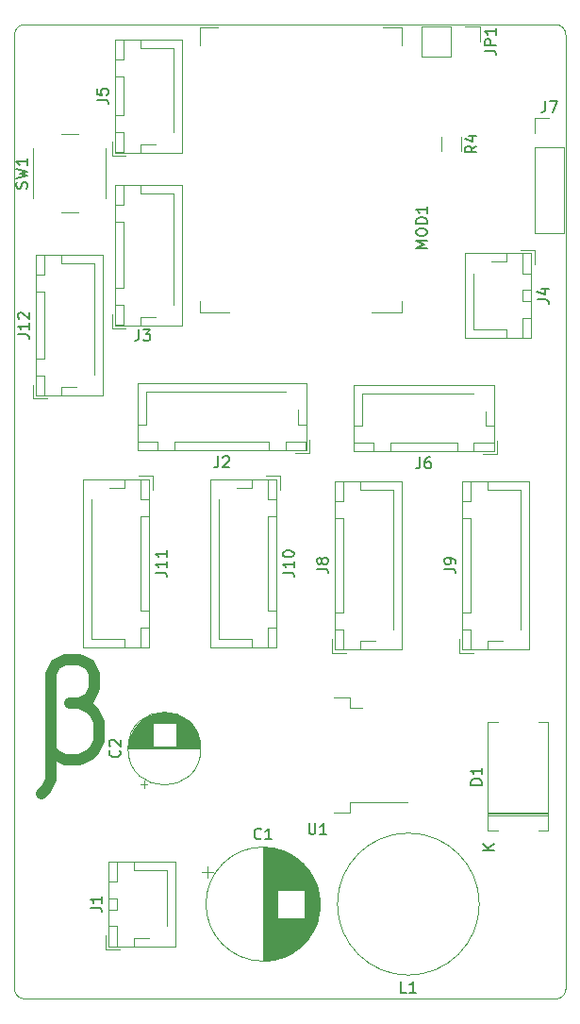
<source format=gbr>
G04 #@! TF.GenerationSoftware,KiCad,Pcbnew,(5.1.5)-3*
G04 #@! TF.CreationDate,2020-08-20T14:44:53-04:00*
G04 #@! TF.ProjectId,Ebike Board,4562696b-6520-4426-9f61-72642e6b6963,rev?*
G04 #@! TF.SameCoordinates,Original*
G04 #@! TF.FileFunction,Legend,Top*
G04 #@! TF.FilePolarity,Positive*
%FSLAX46Y46*%
G04 Gerber Fmt 4.6, Leading zero omitted, Abs format (unit mm)*
G04 Created by KiCad (PCBNEW (5.1.5)-3) date 2020-08-20 14:44:53*
%MOMM*%
%LPD*%
G04 APERTURE LIST*
%ADD10C,0.120000*%
%ADD11C,0.050000*%
%ADD12C,1.000000*%
%ADD13C,0.100000*%
%ADD14C,0.150000*%
G04 APERTURE END LIST*
D10*
X111900000Y-157100000D02*
G75*
G02X111000000Y-156200000I0J900000D01*
G01*
X111000000Y-70600000D02*
G75*
G02X111900000Y-69700000I900000J0D01*
G01*
X159600000Y-69700000D02*
G75*
G02X160500000Y-70600000I0J-900000D01*
G01*
X160500000Y-156200000D02*
G75*
G02X159600000Y-157100000I-900000J0D01*
G01*
D11*
X111000000Y-156200000D02*
X111000000Y-70600000D01*
X159600000Y-157100000D02*
X111900000Y-157100000D01*
X160500000Y-70600000D02*
X160500000Y-156200000D01*
X111900000Y-69700000D02*
X159600000Y-69700000D01*
D12*
X116842857Y-130528571D02*
X117700000Y-130957142D01*
X118128571Y-131385714D01*
X118557142Y-132242857D01*
X118557142Y-133957142D01*
X118128571Y-134814285D01*
X117700000Y-135242857D01*
X116842857Y-135671428D01*
X115557142Y-135671428D01*
X114700000Y-135242857D01*
X114271428Y-134814285D01*
X113414285Y-138671428D02*
X113842857Y-138242857D01*
X114271428Y-137385714D01*
X114271428Y-127957142D01*
X114700000Y-127100000D01*
X115557142Y-126671428D01*
X116842857Y-126671428D01*
X117700000Y-127100000D01*
X118128571Y-127957142D01*
X118128571Y-129242857D01*
X117700000Y-130100000D01*
X116842857Y-130528571D01*
X115985714Y-130528571D01*
D10*
X141150000Y-130975000D02*
X142250000Y-130975000D01*
X141150000Y-130025000D02*
X141150000Y-130975000D01*
X139650000Y-130025000D02*
X141150000Y-130025000D01*
X141150000Y-139475000D02*
X146275000Y-139475000D01*
X141150000Y-140425000D02*
X141150000Y-139475000D01*
X139650000Y-140425000D02*
X141150000Y-140425000D01*
X112650000Y-103250000D02*
X113900000Y-103250000D01*
X112650000Y-102000000D02*
X112650000Y-103250000D01*
X118150000Y-91100000D02*
X118150000Y-96650000D01*
X115200000Y-91100000D02*
X118150000Y-91100000D01*
X115200000Y-90350000D02*
X115200000Y-91100000D01*
X118150000Y-96650000D02*
X118150000Y-101140000D01*
X115200000Y-102200000D02*
X116540000Y-102200000D01*
X115200000Y-102950000D02*
X115200000Y-102200000D01*
X112950000Y-90350000D02*
X112950000Y-92150000D01*
X113700000Y-90350000D02*
X112950000Y-90350000D01*
X113700000Y-92150000D02*
X113700000Y-90350000D01*
X112950000Y-92150000D02*
X113700000Y-92150000D01*
X112950000Y-101150000D02*
X112950000Y-102950000D01*
X113700000Y-101150000D02*
X112950000Y-101150000D01*
X113700000Y-102950000D02*
X113700000Y-101150000D01*
X112950000Y-102950000D02*
X113700000Y-102950000D01*
X112950000Y-93650000D02*
X112950000Y-99650000D01*
X113700000Y-93650000D02*
X112950000Y-93650000D01*
X113700000Y-99650000D02*
X113700000Y-93650000D01*
X112950000Y-99650000D02*
X113700000Y-99650000D01*
X112940000Y-90340000D02*
X112940000Y-102960000D01*
X118910000Y-90340000D02*
X112940000Y-90340000D01*
X118910000Y-102960000D02*
X118910000Y-90340000D01*
X112940000Y-102960000D02*
X118910000Y-102960000D01*
X152730000Y-148590000D02*
G75*
G03X152730000Y-148590000I-6370000J0D01*
G01*
X134540000Y-110470000D02*
X128570000Y-110470000D01*
X128570000Y-110470000D02*
X128570000Y-125590000D01*
X128570000Y-125590000D02*
X134540000Y-125590000D01*
X134540000Y-125590000D02*
X134540000Y-110470000D01*
X134530000Y-113780000D02*
X133780000Y-113780000D01*
X133780000Y-113780000D02*
X133780000Y-122280000D01*
X133780000Y-122280000D02*
X134530000Y-122280000D01*
X134530000Y-122280000D02*
X134530000Y-113780000D01*
X134530000Y-110480000D02*
X133780000Y-110480000D01*
X133780000Y-110480000D02*
X133780000Y-112280000D01*
X133780000Y-112280000D02*
X134530000Y-112280000D01*
X134530000Y-112280000D02*
X134530000Y-110480000D01*
X134530000Y-123780000D02*
X133780000Y-123780000D01*
X133780000Y-123780000D02*
X133780000Y-125580000D01*
X133780000Y-125580000D02*
X134530000Y-125580000D01*
X134530000Y-125580000D02*
X134530000Y-123780000D01*
X132280000Y-110480000D02*
X132280000Y-111230000D01*
X132280000Y-111230000D02*
X130940000Y-111230000D01*
X129330000Y-118030000D02*
X129330000Y-112290000D01*
X132280000Y-125580000D02*
X132280000Y-124830000D01*
X132280000Y-124830000D02*
X129330000Y-124830000D01*
X129330000Y-124830000D02*
X129330000Y-118030000D01*
X134830000Y-111430000D02*
X134830000Y-110180000D01*
X134830000Y-110180000D02*
X133580000Y-110180000D01*
X151210000Y-125750000D02*
X157180000Y-125750000D01*
X157180000Y-125750000D02*
X157180000Y-110630000D01*
X157180000Y-110630000D02*
X151210000Y-110630000D01*
X151210000Y-110630000D02*
X151210000Y-125750000D01*
X151220000Y-122440000D02*
X151970000Y-122440000D01*
X151970000Y-122440000D02*
X151970000Y-113940000D01*
X151970000Y-113940000D02*
X151220000Y-113940000D01*
X151220000Y-113940000D02*
X151220000Y-122440000D01*
X151220000Y-125740000D02*
X151970000Y-125740000D01*
X151970000Y-125740000D02*
X151970000Y-123940000D01*
X151970000Y-123940000D02*
X151220000Y-123940000D01*
X151220000Y-123940000D02*
X151220000Y-125740000D01*
X151220000Y-112440000D02*
X151970000Y-112440000D01*
X151970000Y-112440000D02*
X151970000Y-110640000D01*
X151970000Y-110640000D02*
X151220000Y-110640000D01*
X151220000Y-110640000D02*
X151220000Y-112440000D01*
X153470000Y-125740000D02*
X153470000Y-124990000D01*
X153470000Y-124990000D02*
X154810000Y-124990000D01*
X156420000Y-118190000D02*
X156420000Y-123930000D01*
X153470000Y-110640000D02*
X153470000Y-111390000D01*
X153470000Y-111390000D02*
X156420000Y-111390000D01*
X156420000Y-111390000D02*
X156420000Y-118190000D01*
X150920000Y-124790000D02*
X150920000Y-126040000D01*
X150920000Y-126040000D02*
X152170000Y-126040000D01*
X139780000Y-125750000D02*
X145750000Y-125750000D01*
X145750000Y-125750000D02*
X145750000Y-110630000D01*
X145750000Y-110630000D02*
X139780000Y-110630000D01*
X139780000Y-110630000D02*
X139780000Y-125750000D01*
X139790000Y-122440000D02*
X140540000Y-122440000D01*
X140540000Y-122440000D02*
X140540000Y-113940000D01*
X140540000Y-113940000D02*
X139790000Y-113940000D01*
X139790000Y-113940000D02*
X139790000Y-122440000D01*
X139790000Y-125740000D02*
X140540000Y-125740000D01*
X140540000Y-125740000D02*
X140540000Y-123940000D01*
X140540000Y-123940000D02*
X139790000Y-123940000D01*
X139790000Y-123940000D02*
X139790000Y-125740000D01*
X139790000Y-112440000D02*
X140540000Y-112440000D01*
X140540000Y-112440000D02*
X140540000Y-110640000D01*
X140540000Y-110640000D02*
X139790000Y-110640000D01*
X139790000Y-110640000D02*
X139790000Y-112440000D01*
X142040000Y-125740000D02*
X142040000Y-124990000D01*
X142040000Y-124990000D02*
X143380000Y-124990000D01*
X144990000Y-118190000D02*
X144990000Y-123930000D01*
X142040000Y-110640000D02*
X142040000Y-111390000D01*
X142040000Y-111390000D02*
X144990000Y-111390000D01*
X144990000Y-111390000D02*
X144990000Y-118190000D01*
X139490000Y-124790000D02*
X139490000Y-126040000D01*
X139490000Y-126040000D02*
X140740000Y-126040000D01*
X154050000Y-107960000D02*
X154050000Y-101990000D01*
X154050000Y-101990000D02*
X141430000Y-101990000D01*
X141430000Y-101990000D02*
X141430000Y-107960000D01*
X141430000Y-107960000D02*
X154050000Y-107960000D01*
X150740000Y-107950000D02*
X150740000Y-107200000D01*
X150740000Y-107200000D02*
X144740000Y-107200000D01*
X144740000Y-107200000D02*
X144740000Y-107950000D01*
X144740000Y-107950000D02*
X150740000Y-107950000D01*
X154040000Y-107950000D02*
X154040000Y-107200000D01*
X154040000Y-107200000D02*
X152240000Y-107200000D01*
X152240000Y-107200000D02*
X152240000Y-107950000D01*
X152240000Y-107950000D02*
X154040000Y-107950000D01*
X143240000Y-107950000D02*
X143240000Y-107200000D01*
X143240000Y-107200000D02*
X141440000Y-107200000D01*
X141440000Y-107200000D02*
X141440000Y-107950000D01*
X141440000Y-107950000D02*
X143240000Y-107950000D01*
X154040000Y-105700000D02*
X153290000Y-105700000D01*
X153290000Y-105700000D02*
X153290000Y-104360000D01*
X147740000Y-102750000D02*
X152230000Y-102750000D01*
X141440000Y-105700000D02*
X142190000Y-105700000D01*
X142190000Y-105700000D02*
X142190000Y-102750000D01*
X142190000Y-102750000D02*
X147740000Y-102750000D01*
X153090000Y-108250000D02*
X154340000Y-108250000D01*
X154340000Y-108250000D02*
X154340000Y-107000000D01*
X120040000Y-81160000D02*
X126010000Y-81160000D01*
X126010000Y-81160000D02*
X126010000Y-71040000D01*
X126010000Y-71040000D02*
X120040000Y-71040000D01*
X120040000Y-71040000D02*
X120040000Y-81160000D01*
X120050000Y-77850000D02*
X120800000Y-77850000D01*
X120800000Y-77850000D02*
X120800000Y-74350000D01*
X120800000Y-74350000D02*
X120050000Y-74350000D01*
X120050000Y-74350000D02*
X120050000Y-77850000D01*
X120050000Y-81150000D02*
X120800000Y-81150000D01*
X120800000Y-81150000D02*
X120800000Y-79350000D01*
X120800000Y-79350000D02*
X120050000Y-79350000D01*
X120050000Y-79350000D02*
X120050000Y-81150000D01*
X120050000Y-72850000D02*
X120800000Y-72850000D01*
X120800000Y-72850000D02*
X120800000Y-71050000D01*
X120800000Y-71050000D02*
X120050000Y-71050000D01*
X120050000Y-71050000D02*
X120050000Y-72850000D01*
X122300000Y-81150000D02*
X122300000Y-80400000D01*
X122300000Y-80400000D02*
X123640000Y-80400000D01*
X125250000Y-76100000D02*
X125250000Y-79340000D01*
X122300000Y-71050000D02*
X122300000Y-71800000D01*
X122300000Y-71800000D02*
X125250000Y-71800000D01*
X125250000Y-71800000D02*
X125250000Y-76100000D01*
X119750000Y-80200000D02*
X119750000Y-81450000D01*
X119750000Y-81450000D02*
X121000000Y-81450000D01*
X116700000Y-79550000D02*
X115200000Y-79550000D01*
X112700000Y-80800000D02*
X112700000Y-85300000D01*
X115200000Y-86550000D02*
X116700000Y-86550000D01*
X119200000Y-85300000D02*
X119200000Y-80800000D01*
D13*
X127630000Y-95530000D02*
X130280000Y-95530000D01*
X127630000Y-94480000D02*
X127630000Y-95530000D01*
X145780000Y-95550000D02*
X143080000Y-95550000D01*
X145780000Y-94510000D02*
X145780000Y-95550000D01*
X127660000Y-69910000D02*
X129290000Y-69910000D01*
X127660000Y-71540000D02*
X127660000Y-69910000D01*
X145730000Y-69910000D02*
X144090000Y-69910000D01*
X145730000Y-71530000D02*
X145730000Y-69910000D01*
D10*
X157400000Y-90190000D02*
X151430000Y-90190000D01*
X151430000Y-90190000D02*
X151430000Y-97810000D01*
X151430000Y-97810000D02*
X157400000Y-97810000D01*
X157400000Y-97810000D02*
X157400000Y-90190000D01*
X157390000Y-93500000D02*
X156640000Y-93500000D01*
X156640000Y-93500000D02*
X156640000Y-94500000D01*
X156640000Y-94500000D02*
X157390000Y-94500000D01*
X157390000Y-94500000D02*
X157390000Y-93500000D01*
X157390000Y-90200000D02*
X156640000Y-90200000D01*
X156640000Y-90200000D02*
X156640000Y-92000000D01*
X156640000Y-92000000D02*
X157390000Y-92000000D01*
X157390000Y-92000000D02*
X157390000Y-90200000D01*
X157390000Y-96000000D02*
X156640000Y-96000000D01*
X156640000Y-96000000D02*
X156640000Y-97800000D01*
X156640000Y-97800000D02*
X157390000Y-97800000D01*
X157390000Y-97800000D02*
X157390000Y-96000000D01*
X155140000Y-90200000D02*
X155140000Y-90950000D01*
X155140000Y-90950000D02*
X153800000Y-90950000D01*
X152190000Y-94000000D02*
X152190000Y-92010000D01*
X155140000Y-97800000D02*
X155140000Y-97050000D01*
X155140000Y-97050000D02*
X152190000Y-97050000D01*
X152190000Y-97050000D02*
X152190000Y-94000000D01*
X157690000Y-91150000D02*
X157690000Y-89900000D01*
X157690000Y-89900000D02*
X156440000Y-89900000D01*
X120040000Y-96660000D02*
X126010000Y-96660000D01*
X126010000Y-96660000D02*
X126010000Y-84040000D01*
X126010000Y-84040000D02*
X120040000Y-84040000D01*
X120040000Y-84040000D02*
X120040000Y-96660000D01*
X120050000Y-93350000D02*
X120800000Y-93350000D01*
X120800000Y-93350000D02*
X120800000Y-87350000D01*
X120800000Y-87350000D02*
X120050000Y-87350000D01*
X120050000Y-87350000D02*
X120050000Y-93350000D01*
X120050000Y-96650000D02*
X120800000Y-96650000D01*
X120800000Y-96650000D02*
X120800000Y-94850000D01*
X120800000Y-94850000D02*
X120050000Y-94850000D01*
X120050000Y-94850000D02*
X120050000Y-96650000D01*
X120050000Y-85850000D02*
X120800000Y-85850000D01*
X120800000Y-85850000D02*
X120800000Y-84050000D01*
X120800000Y-84050000D02*
X120050000Y-84050000D01*
X120050000Y-84050000D02*
X120050000Y-85850000D01*
X122300000Y-96650000D02*
X122300000Y-95900000D01*
X122300000Y-95900000D02*
X123640000Y-95900000D01*
X125250000Y-90350000D02*
X125250000Y-94840000D01*
X122300000Y-84050000D02*
X122300000Y-84800000D01*
X122300000Y-84800000D02*
X125250000Y-84800000D01*
X125250000Y-84800000D02*
X125250000Y-90350000D01*
X119750000Y-95700000D02*
X119750000Y-96950000D01*
X119750000Y-96950000D02*
X121000000Y-96950000D01*
X137180000Y-107870000D02*
X137180000Y-101900000D01*
X137180000Y-101900000D02*
X122060000Y-101900000D01*
X122060000Y-101900000D02*
X122060000Y-107870000D01*
X122060000Y-107870000D02*
X137180000Y-107870000D01*
X133870000Y-107860000D02*
X133870000Y-107110000D01*
X133870000Y-107110000D02*
X125370000Y-107110000D01*
X125370000Y-107110000D02*
X125370000Y-107860000D01*
X125370000Y-107860000D02*
X133870000Y-107860000D01*
X137170000Y-107860000D02*
X137170000Y-107110000D01*
X137170000Y-107110000D02*
X135370000Y-107110000D01*
X135370000Y-107110000D02*
X135370000Y-107860000D01*
X135370000Y-107860000D02*
X137170000Y-107860000D01*
X123870000Y-107860000D02*
X123870000Y-107110000D01*
X123870000Y-107110000D02*
X122070000Y-107110000D01*
X122070000Y-107110000D02*
X122070000Y-107860000D01*
X122070000Y-107860000D02*
X123870000Y-107860000D01*
X137170000Y-105610000D02*
X136420000Y-105610000D01*
X136420000Y-105610000D02*
X136420000Y-104270000D01*
X129620000Y-102660000D02*
X135360000Y-102660000D01*
X122070000Y-105610000D02*
X122820000Y-105610000D01*
X122820000Y-105610000D02*
X122820000Y-102660000D01*
X122820000Y-102660000D02*
X129620000Y-102660000D01*
X136220000Y-108160000D02*
X137470000Y-108160000D01*
X137470000Y-108160000D02*
X137470000Y-106910000D01*
X119460000Y-152380000D02*
X125430000Y-152380000D01*
X125430000Y-152380000D02*
X125430000Y-144760000D01*
X125430000Y-144760000D02*
X119460000Y-144760000D01*
X119460000Y-144760000D02*
X119460000Y-152380000D01*
X119470000Y-149070000D02*
X120220000Y-149070000D01*
X120220000Y-149070000D02*
X120220000Y-148070000D01*
X120220000Y-148070000D02*
X119470000Y-148070000D01*
X119470000Y-148070000D02*
X119470000Y-149070000D01*
X119470000Y-152370000D02*
X120220000Y-152370000D01*
X120220000Y-152370000D02*
X120220000Y-150570000D01*
X120220000Y-150570000D02*
X119470000Y-150570000D01*
X119470000Y-150570000D02*
X119470000Y-152370000D01*
X119470000Y-146570000D02*
X120220000Y-146570000D01*
X120220000Y-146570000D02*
X120220000Y-144770000D01*
X120220000Y-144770000D02*
X119470000Y-144770000D01*
X119470000Y-144770000D02*
X119470000Y-146570000D01*
X121720000Y-152370000D02*
X121720000Y-151620000D01*
X121720000Y-151620000D02*
X123060000Y-151620000D01*
X124670000Y-148570000D02*
X124670000Y-150560000D01*
X121720000Y-144770000D02*
X121720000Y-145520000D01*
X121720000Y-145520000D02*
X124670000Y-145520000D01*
X124670000Y-145520000D02*
X124670000Y-148570000D01*
X119170000Y-151420000D02*
X119170000Y-152670000D01*
X119170000Y-152670000D02*
X120420000Y-152670000D01*
X123110000Y-110470000D02*
X117140000Y-110470000D01*
X117140000Y-110470000D02*
X117140000Y-125590000D01*
X117140000Y-125590000D02*
X123110000Y-125590000D01*
X123110000Y-125590000D02*
X123110000Y-110470000D01*
X123100000Y-113780000D02*
X122350000Y-113780000D01*
X122350000Y-113780000D02*
X122350000Y-122280000D01*
X122350000Y-122280000D02*
X123100000Y-122280000D01*
X123100000Y-122280000D02*
X123100000Y-113780000D01*
X123100000Y-110480000D02*
X122350000Y-110480000D01*
X122350000Y-110480000D02*
X122350000Y-112280000D01*
X122350000Y-112280000D02*
X123100000Y-112280000D01*
X123100000Y-112280000D02*
X123100000Y-110480000D01*
X123100000Y-123780000D02*
X122350000Y-123780000D01*
X122350000Y-123780000D02*
X122350000Y-125580000D01*
X122350000Y-125580000D02*
X123100000Y-125580000D01*
X123100000Y-125580000D02*
X123100000Y-123780000D01*
X120850000Y-110480000D02*
X120850000Y-111230000D01*
X120850000Y-111230000D02*
X119510000Y-111230000D01*
X117900000Y-118030000D02*
X117900000Y-112290000D01*
X120850000Y-125580000D02*
X120850000Y-124830000D01*
X120850000Y-124830000D02*
X117900000Y-124830000D01*
X117900000Y-124830000D02*
X117900000Y-118030000D01*
X123400000Y-111430000D02*
X123400000Y-110180000D01*
X123400000Y-110180000D02*
X122150000Y-110180000D01*
X152770000Y-69870000D02*
X152770000Y-71200000D01*
X151440000Y-69870000D02*
X152770000Y-69870000D01*
X150170000Y-69870000D02*
X150170000Y-72530000D01*
X150170000Y-72530000D02*
X147570000Y-72530000D01*
X150170000Y-69870000D02*
X147570000Y-69870000D01*
X147570000Y-69870000D02*
X147570000Y-72530000D01*
X157670000Y-78090000D02*
X159000000Y-78090000D01*
X157670000Y-79420000D02*
X157670000Y-78090000D01*
X157670000Y-80690000D02*
X160330000Y-80690000D01*
X160330000Y-80690000D02*
X160330000Y-88370000D01*
X157670000Y-80690000D02*
X157670000Y-88370000D01*
X157670000Y-88370000D02*
X160330000Y-88370000D01*
X149290000Y-79797936D02*
X149290000Y-81002064D01*
X151110000Y-79797936D02*
X151110000Y-81002064D01*
X153490000Y-140605000D02*
X158930000Y-140605000D01*
X153490000Y-140365000D02*
X158930000Y-140365000D01*
X153490000Y-140485000D02*
X158930000Y-140485000D01*
X158930000Y-132290000D02*
X158050000Y-132290000D01*
X158930000Y-142030000D02*
X158930000Y-132290000D01*
X158050000Y-142030000D02*
X158930000Y-142030000D01*
X153490000Y-132290000D02*
X154370000Y-132290000D01*
X153490000Y-142030000D02*
X153490000Y-132290000D01*
X154370000Y-142030000D02*
X153490000Y-142030000D01*
X128330354Y-145215000D02*
X128330354Y-146215000D01*
X127830354Y-145715000D02*
X128830354Y-145715000D01*
X138391000Y-147991000D02*
X138391000Y-149189000D01*
X138351000Y-147728000D02*
X138351000Y-149452000D01*
X138311000Y-147528000D02*
X138311000Y-149652000D01*
X138271000Y-147360000D02*
X138271000Y-149820000D01*
X138231000Y-147212000D02*
X138231000Y-149968000D01*
X138191000Y-147080000D02*
X138191000Y-150100000D01*
X138151000Y-146960000D02*
X138151000Y-150220000D01*
X138111000Y-146848000D02*
X138111000Y-150332000D01*
X138071000Y-146744000D02*
X138071000Y-150436000D01*
X138031000Y-146646000D02*
X138031000Y-150534000D01*
X137991000Y-146553000D02*
X137991000Y-150627000D01*
X137951000Y-146465000D02*
X137951000Y-150715000D01*
X137911000Y-146381000D02*
X137911000Y-150799000D01*
X137871000Y-146301000D02*
X137871000Y-150879000D01*
X137831000Y-146225000D02*
X137831000Y-150955000D01*
X137791000Y-146151000D02*
X137791000Y-151029000D01*
X137751000Y-146080000D02*
X137751000Y-151100000D01*
X137711000Y-146011000D02*
X137711000Y-151169000D01*
X137671000Y-145945000D02*
X137671000Y-151235000D01*
X137631000Y-145881000D02*
X137631000Y-151299000D01*
X137591000Y-145820000D02*
X137591000Y-151360000D01*
X137551000Y-145760000D02*
X137551000Y-151420000D01*
X137511000Y-145701000D02*
X137511000Y-151479000D01*
X137471000Y-145645000D02*
X137471000Y-151535000D01*
X137431000Y-145590000D02*
X137431000Y-151590000D01*
X137391000Y-145536000D02*
X137391000Y-151644000D01*
X137351000Y-145484000D02*
X137351000Y-151696000D01*
X137311000Y-145434000D02*
X137311000Y-151746000D01*
X137271000Y-145384000D02*
X137271000Y-151796000D01*
X137231000Y-145336000D02*
X137231000Y-151844000D01*
X137191000Y-145289000D02*
X137191000Y-151891000D01*
X137151000Y-145243000D02*
X137151000Y-151937000D01*
X137111000Y-145198000D02*
X137111000Y-151982000D01*
X137071000Y-145154000D02*
X137071000Y-152026000D01*
X137031000Y-149831000D02*
X137031000Y-152068000D01*
X137031000Y-145112000D02*
X137031000Y-147349000D01*
X136991000Y-149831000D02*
X136991000Y-152110000D01*
X136991000Y-145070000D02*
X136991000Y-147349000D01*
X136951000Y-149831000D02*
X136951000Y-152151000D01*
X136951000Y-145029000D02*
X136951000Y-147349000D01*
X136911000Y-149831000D02*
X136911000Y-152191000D01*
X136911000Y-144989000D02*
X136911000Y-147349000D01*
X136871000Y-149831000D02*
X136871000Y-152230000D01*
X136871000Y-144950000D02*
X136871000Y-147349000D01*
X136831000Y-149831000D02*
X136831000Y-152269000D01*
X136831000Y-144911000D02*
X136831000Y-147349000D01*
X136791000Y-149831000D02*
X136791000Y-152306000D01*
X136791000Y-144874000D02*
X136791000Y-147349000D01*
X136751000Y-149831000D02*
X136751000Y-152343000D01*
X136751000Y-144837000D02*
X136751000Y-147349000D01*
X136711000Y-149831000D02*
X136711000Y-152379000D01*
X136711000Y-144801000D02*
X136711000Y-147349000D01*
X136671000Y-149831000D02*
X136671000Y-152414000D01*
X136671000Y-144766000D02*
X136671000Y-147349000D01*
X136631000Y-149831000D02*
X136631000Y-152448000D01*
X136631000Y-144732000D02*
X136631000Y-147349000D01*
X136591000Y-149831000D02*
X136591000Y-152482000D01*
X136591000Y-144698000D02*
X136591000Y-147349000D01*
X136551000Y-149831000D02*
X136551000Y-152515000D01*
X136551000Y-144665000D02*
X136551000Y-147349000D01*
X136511000Y-149831000D02*
X136511000Y-152547000D01*
X136511000Y-144633000D02*
X136511000Y-147349000D01*
X136471000Y-149831000D02*
X136471000Y-152579000D01*
X136471000Y-144601000D02*
X136471000Y-147349000D01*
X136431000Y-149831000D02*
X136431000Y-152610000D01*
X136431000Y-144570000D02*
X136431000Y-147349000D01*
X136391000Y-149831000D02*
X136391000Y-152640000D01*
X136391000Y-144540000D02*
X136391000Y-147349000D01*
X136351000Y-149831000D02*
X136351000Y-152670000D01*
X136351000Y-144510000D02*
X136351000Y-147349000D01*
X136311000Y-149831000D02*
X136311000Y-152700000D01*
X136311000Y-144480000D02*
X136311000Y-147349000D01*
X136271000Y-149831000D02*
X136271000Y-152728000D01*
X136271000Y-144452000D02*
X136271000Y-147349000D01*
X136231000Y-149831000D02*
X136231000Y-152756000D01*
X136231000Y-144424000D02*
X136231000Y-147349000D01*
X136191000Y-149831000D02*
X136191000Y-152784000D01*
X136191000Y-144396000D02*
X136191000Y-147349000D01*
X136151000Y-149831000D02*
X136151000Y-152811000D01*
X136151000Y-144369000D02*
X136151000Y-147349000D01*
X136111000Y-149831000D02*
X136111000Y-152837000D01*
X136111000Y-144343000D02*
X136111000Y-147349000D01*
X136071000Y-149831000D02*
X136071000Y-152863000D01*
X136071000Y-144317000D02*
X136071000Y-147349000D01*
X136031000Y-149831000D02*
X136031000Y-152888000D01*
X136031000Y-144292000D02*
X136031000Y-147349000D01*
X135991000Y-149831000D02*
X135991000Y-152913000D01*
X135991000Y-144267000D02*
X135991000Y-147349000D01*
X135951000Y-149831000D02*
X135951000Y-152937000D01*
X135951000Y-144243000D02*
X135951000Y-147349000D01*
X135911000Y-149831000D02*
X135911000Y-152961000D01*
X135911000Y-144219000D02*
X135911000Y-147349000D01*
X135871000Y-149831000D02*
X135871000Y-152985000D01*
X135871000Y-144195000D02*
X135871000Y-147349000D01*
X135831000Y-149831000D02*
X135831000Y-153007000D01*
X135831000Y-144173000D02*
X135831000Y-147349000D01*
X135791000Y-149831000D02*
X135791000Y-153030000D01*
X135791000Y-144150000D02*
X135791000Y-147349000D01*
X135751000Y-149831000D02*
X135751000Y-153052000D01*
X135751000Y-144128000D02*
X135751000Y-147349000D01*
X135711000Y-149831000D02*
X135711000Y-153073000D01*
X135711000Y-144107000D02*
X135711000Y-147349000D01*
X135671000Y-149831000D02*
X135671000Y-153094000D01*
X135671000Y-144086000D02*
X135671000Y-147349000D01*
X135631000Y-149831000D02*
X135631000Y-153115000D01*
X135631000Y-144065000D02*
X135631000Y-147349000D01*
X135591000Y-149831000D02*
X135591000Y-153135000D01*
X135591000Y-144045000D02*
X135591000Y-147349000D01*
X135551000Y-149831000D02*
X135551000Y-153154000D01*
X135551000Y-144026000D02*
X135551000Y-147349000D01*
X135511000Y-149831000D02*
X135511000Y-153174000D01*
X135511000Y-144006000D02*
X135511000Y-147349000D01*
X135471000Y-149831000D02*
X135471000Y-153193000D01*
X135471000Y-143987000D02*
X135471000Y-147349000D01*
X135431000Y-149831000D02*
X135431000Y-153211000D01*
X135431000Y-143969000D02*
X135431000Y-147349000D01*
X135391000Y-149831000D02*
X135391000Y-153229000D01*
X135391000Y-143951000D02*
X135391000Y-147349000D01*
X135351000Y-149831000D02*
X135351000Y-153247000D01*
X135351000Y-143933000D02*
X135351000Y-147349000D01*
X135311000Y-149831000D02*
X135311000Y-153264000D01*
X135311000Y-143916000D02*
X135311000Y-147349000D01*
X135271000Y-149831000D02*
X135271000Y-153280000D01*
X135271000Y-143900000D02*
X135271000Y-147349000D01*
X135231000Y-149831000D02*
X135231000Y-153297000D01*
X135231000Y-143883000D02*
X135231000Y-147349000D01*
X135191000Y-149831000D02*
X135191000Y-153313000D01*
X135191000Y-143867000D02*
X135191000Y-147349000D01*
X135151000Y-149831000D02*
X135151000Y-153328000D01*
X135151000Y-143852000D02*
X135151000Y-147349000D01*
X135111000Y-149831000D02*
X135111000Y-153344000D01*
X135111000Y-143836000D02*
X135111000Y-147349000D01*
X135071000Y-149831000D02*
X135071000Y-153358000D01*
X135071000Y-143822000D02*
X135071000Y-147349000D01*
X135031000Y-149831000D02*
X135031000Y-153373000D01*
X135031000Y-143807000D02*
X135031000Y-147349000D01*
X134991000Y-149831000D02*
X134991000Y-153387000D01*
X134991000Y-143793000D02*
X134991000Y-147349000D01*
X134951000Y-149831000D02*
X134951000Y-153401000D01*
X134951000Y-143779000D02*
X134951000Y-147349000D01*
X134911000Y-149831000D02*
X134911000Y-153414000D01*
X134911000Y-143766000D02*
X134911000Y-147349000D01*
X134871000Y-149831000D02*
X134871000Y-153427000D01*
X134871000Y-143753000D02*
X134871000Y-147349000D01*
X134831000Y-149831000D02*
X134831000Y-153440000D01*
X134831000Y-143740000D02*
X134831000Y-147349000D01*
X134791000Y-149831000D02*
X134791000Y-153452000D01*
X134791000Y-143728000D02*
X134791000Y-147349000D01*
X134751000Y-149831000D02*
X134751000Y-153464000D01*
X134751000Y-143716000D02*
X134751000Y-147349000D01*
X134711000Y-149831000D02*
X134711000Y-153475000D01*
X134711000Y-143705000D02*
X134711000Y-147349000D01*
X134671000Y-149831000D02*
X134671000Y-153487000D01*
X134671000Y-143693000D02*
X134671000Y-147349000D01*
X134631000Y-149831000D02*
X134631000Y-153497000D01*
X134631000Y-143683000D02*
X134631000Y-147349000D01*
X134591000Y-149831000D02*
X134591000Y-153508000D01*
X134591000Y-143672000D02*
X134591000Y-147349000D01*
X134551000Y-143662000D02*
X134551000Y-153518000D01*
X134511000Y-143652000D02*
X134511000Y-153528000D01*
X134471000Y-143643000D02*
X134471000Y-153537000D01*
X134431000Y-143634000D02*
X134431000Y-153546000D01*
X134391000Y-143625000D02*
X134391000Y-153555000D01*
X134351000Y-143616000D02*
X134351000Y-153564000D01*
X134311000Y-143608000D02*
X134311000Y-153572000D01*
X134271000Y-143600000D02*
X134271000Y-153580000D01*
X134231000Y-143593000D02*
X134231000Y-153587000D01*
X134191000Y-143586000D02*
X134191000Y-153594000D01*
X134151000Y-143579000D02*
X134151000Y-153601000D01*
X134111000Y-143572000D02*
X134111000Y-153608000D01*
X134071000Y-143566000D02*
X134071000Y-153614000D01*
X134031000Y-143560000D02*
X134031000Y-153620000D01*
X133990000Y-143555000D02*
X133990000Y-153625000D01*
X133950000Y-143550000D02*
X133950000Y-153630000D01*
X133910000Y-143545000D02*
X133910000Y-153635000D01*
X133870000Y-143540000D02*
X133870000Y-153640000D01*
X133830000Y-143536000D02*
X133830000Y-153644000D01*
X133790000Y-143532000D02*
X133790000Y-153648000D01*
X133750000Y-143528000D02*
X133750000Y-153652000D01*
X133710000Y-143525000D02*
X133710000Y-153655000D01*
X133670000Y-143522000D02*
X133670000Y-153658000D01*
X133630000Y-143520000D02*
X133630000Y-153660000D01*
X133590000Y-143517000D02*
X133590000Y-153663000D01*
X133550000Y-143515000D02*
X133550000Y-153665000D01*
X133510000Y-143513000D02*
X133510000Y-153667000D01*
X133470000Y-143512000D02*
X133470000Y-153668000D01*
X133430000Y-143511000D02*
X133430000Y-153669000D01*
X133390000Y-143510000D02*
X133390000Y-153670000D01*
X133350000Y-143510000D02*
X133350000Y-153670000D01*
X133310000Y-143510000D02*
X133310000Y-153670000D01*
X138430000Y-148590000D02*
G75*
G03X138430000Y-148590000I-5120000J0D01*
G01*
X122306000Y-137825241D02*
X122936000Y-137825241D01*
X122621000Y-138140241D02*
X122621000Y-137510241D01*
X124058000Y-131399000D02*
X124862000Y-131399000D01*
X123827000Y-131439000D02*
X125093000Y-131439000D01*
X123658000Y-131479000D02*
X125262000Y-131479000D01*
X123520000Y-131519000D02*
X125400000Y-131519000D01*
X123401000Y-131559000D02*
X125519000Y-131559000D01*
X123295000Y-131599000D02*
X125625000Y-131599000D01*
X123198000Y-131639000D02*
X125722000Y-131639000D01*
X123110000Y-131679000D02*
X125810000Y-131679000D01*
X123028000Y-131719000D02*
X125892000Y-131719000D01*
X122951000Y-131759000D02*
X125969000Y-131759000D01*
X122879000Y-131799000D02*
X126041000Y-131799000D01*
X122810000Y-131839000D02*
X126110000Y-131839000D01*
X122746000Y-131879000D02*
X126174000Y-131879000D01*
X122684000Y-131919000D02*
X126236000Y-131919000D01*
X122626000Y-131959000D02*
X126294000Y-131959000D01*
X122570000Y-131999000D02*
X126350000Y-131999000D01*
X122516000Y-132039000D02*
X126404000Y-132039000D01*
X122465000Y-132079000D02*
X126455000Y-132079000D01*
X122416000Y-132119000D02*
X126504000Y-132119000D01*
X122368000Y-132159000D02*
X126552000Y-132159000D01*
X122323000Y-132199000D02*
X126597000Y-132199000D01*
X122278000Y-132239000D02*
X126642000Y-132239000D01*
X122236000Y-132279000D02*
X126684000Y-132279000D01*
X122195000Y-132319000D02*
X126725000Y-132319000D01*
X125500000Y-132359000D02*
X126765000Y-132359000D01*
X122155000Y-132359000D02*
X123420000Y-132359000D01*
X125500000Y-132399000D02*
X126803000Y-132399000D01*
X122117000Y-132399000D02*
X123420000Y-132399000D01*
X125500000Y-132439000D02*
X126840000Y-132439000D01*
X122080000Y-132439000D02*
X123420000Y-132439000D01*
X125500000Y-132479000D02*
X126876000Y-132479000D01*
X122044000Y-132479000D02*
X123420000Y-132479000D01*
X125500000Y-132519000D02*
X126910000Y-132519000D01*
X122010000Y-132519000D02*
X123420000Y-132519000D01*
X125500000Y-132559000D02*
X126944000Y-132559000D01*
X121976000Y-132559000D02*
X123420000Y-132559000D01*
X125500000Y-132599000D02*
X126976000Y-132599000D01*
X121944000Y-132599000D02*
X123420000Y-132599000D01*
X125500000Y-132639000D02*
X127008000Y-132639000D01*
X121912000Y-132639000D02*
X123420000Y-132639000D01*
X125500000Y-132679000D02*
X127038000Y-132679000D01*
X121882000Y-132679000D02*
X123420000Y-132679000D01*
X125500000Y-132719000D02*
X127067000Y-132719000D01*
X121853000Y-132719000D02*
X123420000Y-132719000D01*
X125500000Y-132759000D02*
X127096000Y-132759000D01*
X121824000Y-132759000D02*
X123420000Y-132759000D01*
X125500000Y-132799000D02*
X127124000Y-132799000D01*
X121796000Y-132799000D02*
X123420000Y-132799000D01*
X125500000Y-132839000D02*
X127150000Y-132839000D01*
X121770000Y-132839000D02*
X123420000Y-132839000D01*
X125500000Y-132879000D02*
X127176000Y-132879000D01*
X121744000Y-132879000D02*
X123420000Y-132879000D01*
X125500000Y-132919000D02*
X127202000Y-132919000D01*
X121718000Y-132919000D02*
X123420000Y-132919000D01*
X125500000Y-132959000D02*
X127226000Y-132959000D01*
X121694000Y-132959000D02*
X123420000Y-132959000D01*
X125500000Y-132999000D02*
X127250000Y-132999000D01*
X121670000Y-132999000D02*
X123420000Y-132999000D01*
X125500000Y-133039000D02*
X127272000Y-133039000D01*
X121648000Y-133039000D02*
X123420000Y-133039000D01*
X125500000Y-133079000D02*
X127294000Y-133079000D01*
X121626000Y-133079000D02*
X123420000Y-133079000D01*
X125500000Y-133119000D02*
X127316000Y-133119000D01*
X121604000Y-133119000D02*
X123420000Y-133119000D01*
X125500000Y-133159000D02*
X127336000Y-133159000D01*
X121584000Y-133159000D02*
X123420000Y-133159000D01*
X125500000Y-133199000D02*
X127356000Y-133199000D01*
X121564000Y-133199000D02*
X123420000Y-133199000D01*
X125500000Y-133239000D02*
X127376000Y-133239000D01*
X121544000Y-133239000D02*
X123420000Y-133239000D01*
X125500000Y-133279000D02*
X127394000Y-133279000D01*
X121526000Y-133279000D02*
X123420000Y-133279000D01*
X125500000Y-133319000D02*
X127412000Y-133319000D01*
X121508000Y-133319000D02*
X123420000Y-133319000D01*
X125500000Y-133359000D02*
X127430000Y-133359000D01*
X121490000Y-133359000D02*
X123420000Y-133359000D01*
X125500000Y-133399000D02*
X127446000Y-133399000D01*
X121474000Y-133399000D02*
X123420000Y-133399000D01*
X125500000Y-133439000D02*
X127462000Y-133439000D01*
X121458000Y-133439000D02*
X123420000Y-133439000D01*
X125500000Y-133479000D02*
X127478000Y-133479000D01*
X121442000Y-133479000D02*
X123420000Y-133479000D01*
X125500000Y-133519000D02*
X127493000Y-133519000D01*
X121427000Y-133519000D02*
X123420000Y-133519000D01*
X125500000Y-133559000D02*
X127507000Y-133559000D01*
X121413000Y-133559000D02*
X123420000Y-133559000D01*
X125500000Y-133599000D02*
X127521000Y-133599000D01*
X121399000Y-133599000D02*
X123420000Y-133599000D01*
X125500000Y-133639000D02*
X127534000Y-133639000D01*
X121386000Y-133639000D02*
X123420000Y-133639000D01*
X125500000Y-133679000D02*
X127546000Y-133679000D01*
X121374000Y-133679000D02*
X123420000Y-133679000D01*
X125500000Y-133719000D02*
X127558000Y-133719000D01*
X121362000Y-133719000D02*
X123420000Y-133719000D01*
X125500000Y-133759000D02*
X127570000Y-133759000D01*
X121350000Y-133759000D02*
X123420000Y-133759000D01*
X125500000Y-133799000D02*
X127581000Y-133799000D01*
X121339000Y-133799000D02*
X123420000Y-133799000D01*
X125500000Y-133839000D02*
X127591000Y-133839000D01*
X121329000Y-133839000D02*
X123420000Y-133839000D01*
X125500000Y-133879000D02*
X127601000Y-133879000D01*
X121319000Y-133879000D02*
X123420000Y-133879000D01*
X125500000Y-133919000D02*
X127610000Y-133919000D01*
X121310000Y-133919000D02*
X123420000Y-133919000D01*
X125500000Y-133960000D02*
X127619000Y-133960000D01*
X121301000Y-133960000D02*
X123420000Y-133960000D01*
X125500000Y-134000000D02*
X127627000Y-134000000D01*
X121293000Y-134000000D02*
X123420000Y-134000000D01*
X125500000Y-134040000D02*
X127635000Y-134040000D01*
X121285000Y-134040000D02*
X123420000Y-134040000D01*
X125500000Y-134080000D02*
X127642000Y-134080000D01*
X121278000Y-134080000D02*
X123420000Y-134080000D01*
X125500000Y-134120000D02*
X127649000Y-134120000D01*
X121271000Y-134120000D02*
X123420000Y-134120000D01*
X125500000Y-134160000D02*
X127655000Y-134160000D01*
X121265000Y-134160000D02*
X123420000Y-134160000D01*
X125500000Y-134200000D02*
X127661000Y-134200000D01*
X121259000Y-134200000D02*
X123420000Y-134200000D01*
X125500000Y-134240000D02*
X127666000Y-134240000D01*
X121254000Y-134240000D02*
X123420000Y-134240000D01*
X125500000Y-134280000D02*
X127671000Y-134280000D01*
X121249000Y-134280000D02*
X123420000Y-134280000D01*
X125500000Y-134320000D02*
X127675000Y-134320000D01*
X121245000Y-134320000D02*
X123420000Y-134320000D01*
X125500000Y-134360000D02*
X127678000Y-134360000D01*
X121242000Y-134360000D02*
X123420000Y-134360000D01*
X125500000Y-134400000D02*
X127682000Y-134400000D01*
X121238000Y-134400000D02*
X123420000Y-134400000D01*
X121236000Y-134440000D02*
X127684000Y-134440000D01*
X121233000Y-134480000D02*
X127687000Y-134480000D01*
X121232000Y-134520000D02*
X127688000Y-134520000D01*
X121230000Y-134560000D02*
X127690000Y-134560000D01*
X121230000Y-134600000D02*
X127690000Y-134600000D01*
X121230000Y-134640000D02*
X127690000Y-134640000D01*
X127730000Y-134640000D02*
G75*
G03X127730000Y-134640000I-3270000J0D01*
G01*
D14*
X137438095Y-141327380D02*
X137438095Y-142136904D01*
X137485714Y-142232142D01*
X137533333Y-142279761D01*
X137628571Y-142327380D01*
X137819047Y-142327380D01*
X137914285Y-142279761D01*
X137961904Y-142232142D01*
X138009523Y-142136904D01*
X138009523Y-141327380D01*
X139009523Y-142327380D02*
X138438095Y-142327380D01*
X138723809Y-142327380D02*
X138723809Y-141327380D01*
X138628571Y-141470238D01*
X138533333Y-141565476D01*
X138438095Y-141613095D01*
X111302380Y-97459523D02*
X112016666Y-97459523D01*
X112159523Y-97507142D01*
X112254761Y-97602380D01*
X112302380Y-97745238D01*
X112302380Y-97840476D01*
X112302380Y-96459523D02*
X112302380Y-97030952D01*
X112302380Y-96745238D02*
X111302380Y-96745238D01*
X111445238Y-96840476D01*
X111540476Y-96935714D01*
X111588095Y-97030952D01*
X111397619Y-96078571D02*
X111350000Y-96030952D01*
X111302380Y-95935714D01*
X111302380Y-95697619D01*
X111350000Y-95602380D01*
X111397619Y-95554761D01*
X111492857Y-95507142D01*
X111588095Y-95507142D01*
X111730952Y-95554761D01*
X112302380Y-96126190D01*
X112302380Y-95507142D01*
X146193333Y-156542380D02*
X145717142Y-156542380D01*
X145717142Y-155542380D01*
X147050476Y-156542380D02*
X146479047Y-156542380D01*
X146764761Y-156542380D02*
X146764761Y-155542380D01*
X146669523Y-155685238D01*
X146574285Y-155780476D01*
X146479047Y-155828095D01*
X135082380Y-118839523D02*
X135796666Y-118839523D01*
X135939523Y-118887142D01*
X136034761Y-118982380D01*
X136082380Y-119125238D01*
X136082380Y-119220476D01*
X136082380Y-117839523D02*
X136082380Y-118410952D01*
X136082380Y-118125238D02*
X135082380Y-118125238D01*
X135225238Y-118220476D01*
X135320476Y-118315714D01*
X135368095Y-118410952D01*
X135082380Y-117220476D02*
X135082380Y-117125238D01*
X135130000Y-117030000D01*
X135177619Y-116982380D01*
X135272857Y-116934761D01*
X135463333Y-116887142D01*
X135701428Y-116887142D01*
X135891904Y-116934761D01*
X135987142Y-116982380D01*
X136034761Y-117030000D01*
X136082380Y-117125238D01*
X136082380Y-117220476D01*
X136034761Y-117315714D01*
X135987142Y-117363333D01*
X135891904Y-117410952D01*
X135701428Y-117458571D01*
X135463333Y-117458571D01*
X135272857Y-117410952D01*
X135177619Y-117363333D01*
X135130000Y-117315714D01*
X135082380Y-117220476D01*
X149572380Y-118523333D02*
X150286666Y-118523333D01*
X150429523Y-118570952D01*
X150524761Y-118666190D01*
X150572380Y-118809047D01*
X150572380Y-118904285D01*
X150572380Y-117999523D02*
X150572380Y-117809047D01*
X150524761Y-117713809D01*
X150477142Y-117666190D01*
X150334285Y-117570952D01*
X150143809Y-117523333D01*
X149762857Y-117523333D01*
X149667619Y-117570952D01*
X149620000Y-117618571D01*
X149572380Y-117713809D01*
X149572380Y-117904285D01*
X149620000Y-117999523D01*
X149667619Y-118047142D01*
X149762857Y-118094761D01*
X150000952Y-118094761D01*
X150096190Y-118047142D01*
X150143809Y-117999523D01*
X150191428Y-117904285D01*
X150191428Y-117713809D01*
X150143809Y-117618571D01*
X150096190Y-117570952D01*
X150000952Y-117523333D01*
X138142380Y-118523333D02*
X138856666Y-118523333D01*
X138999523Y-118570952D01*
X139094761Y-118666190D01*
X139142380Y-118809047D01*
X139142380Y-118904285D01*
X138570952Y-117904285D02*
X138523333Y-117999523D01*
X138475714Y-118047142D01*
X138380476Y-118094761D01*
X138332857Y-118094761D01*
X138237619Y-118047142D01*
X138190000Y-117999523D01*
X138142380Y-117904285D01*
X138142380Y-117713809D01*
X138190000Y-117618571D01*
X138237619Y-117570952D01*
X138332857Y-117523333D01*
X138380476Y-117523333D01*
X138475714Y-117570952D01*
X138523333Y-117618571D01*
X138570952Y-117713809D01*
X138570952Y-117904285D01*
X138618571Y-117999523D01*
X138666190Y-118047142D01*
X138761428Y-118094761D01*
X138951904Y-118094761D01*
X139047142Y-118047142D01*
X139094761Y-117999523D01*
X139142380Y-117904285D01*
X139142380Y-117713809D01*
X139094761Y-117618571D01*
X139047142Y-117570952D01*
X138951904Y-117523333D01*
X138761428Y-117523333D01*
X138666190Y-117570952D01*
X138618571Y-117618571D01*
X138570952Y-117713809D01*
X147406666Y-108502380D02*
X147406666Y-109216666D01*
X147359047Y-109359523D01*
X147263809Y-109454761D01*
X147120952Y-109502380D01*
X147025714Y-109502380D01*
X148311428Y-108502380D02*
X148120952Y-108502380D01*
X148025714Y-108550000D01*
X147978095Y-108597619D01*
X147882857Y-108740476D01*
X147835238Y-108930952D01*
X147835238Y-109311904D01*
X147882857Y-109407142D01*
X147930476Y-109454761D01*
X148025714Y-109502380D01*
X148216190Y-109502380D01*
X148311428Y-109454761D01*
X148359047Y-109407142D01*
X148406666Y-109311904D01*
X148406666Y-109073809D01*
X148359047Y-108978571D01*
X148311428Y-108930952D01*
X148216190Y-108883333D01*
X148025714Y-108883333D01*
X147930476Y-108930952D01*
X147882857Y-108978571D01*
X147835238Y-109073809D01*
X118402380Y-76433333D02*
X119116666Y-76433333D01*
X119259523Y-76480952D01*
X119354761Y-76576190D01*
X119402380Y-76719047D01*
X119402380Y-76814285D01*
X118402380Y-75480952D02*
X118402380Y-75957142D01*
X118878571Y-76004761D01*
X118830952Y-75957142D01*
X118783333Y-75861904D01*
X118783333Y-75623809D01*
X118830952Y-75528571D01*
X118878571Y-75480952D01*
X118973809Y-75433333D01*
X119211904Y-75433333D01*
X119307142Y-75480952D01*
X119354761Y-75528571D01*
X119402380Y-75623809D01*
X119402380Y-75861904D01*
X119354761Y-75957142D01*
X119307142Y-76004761D01*
X112104761Y-84383333D02*
X112152380Y-84240476D01*
X112152380Y-84002380D01*
X112104761Y-83907142D01*
X112057142Y-83859523D01*
X111961904Y-83811904D01*
X111866666Y-83811904D01*
X111771428Y-83859523D01*
X111723809Y-83907142D01*
X111676190Y-84002380D01*
X111628571Y-84192857D01*
X111580952Y-84288095D01*
X111533333Y-84335714D01*
X111438095Y-84383333D01*
X111342857Y-84383333D01*
X111247619Y-84335714D01*
X111200000Y-84288095D01*
X111152380Y-84192857D01*
X111152380Y-83954761D01*
X111200000Y-83811904D01*
X111152380Y-83478571D02*
X112152380Y-83240476D01*
X111438095Y-83050000D01*
X112152380Y-82859523D01*
X111152380Y-82621428D01*
X112152380Y-81716666D02*
X112152380Y-82288095D01*
X112152380Y-82002380D02*
X111152380Y-82002380D01*
X111295238Y-82097619D01*
X111390476Y-82192857D01*
X111438095Y-82288095D01*
X148052380Y-89733333D02*
X147052380Y-89733333D01*
X147766666Y-89400000D01*
X147052380Y-89066666D01*
X148052380Y-89066666D01*
X147052380Y-88400000D02*
X147052380Y-88209523D01*
X147100000Y-88114285D01*
X147195238Y-88019047D01*
X147385714Y-87971428D01*
X147719047Y-87971428D01*
X147909523Y-88019047D01*
X148004761Y-88114285D01*
X148052380Y-88209523D01*
X148052380Y-88400000D01*
X148004761Y-88495238D01*
X147909523Y-88590476D01*
X147719047Y-88638095D01*
X147385714Y-88638095D01*
X147195238Y-88590476D01*
X147100000Y-88495238D01*
X147052380Y-88400000D01*
X148052380Y-87542857D02*
X147052380Y-87542857D01*
X147052380Y-87304761D01*
X147100000Y-87161904D01*
X147195238Y-87066666D01*
X147290476Y-87019047D01*
X147480952Y-86971428D01*
X147623809Y-86971428D01*
X147814285Y-87019047D01*
X147909523Y-87066666D01*
X148004761Y-87161904D01*
X148052380Y-87304761D01*
X148052380Y-87542857D01*
X148052380Y-86019047D02*
X148052380Y-86590476D01*
X148052380Y-86304761D02*
X147052380Y-86304761D01*
X147195238Y-86400000D01*
X147290476Y-86495238D01*
X147338095Y-86590476D01*
X157942380Y-94333333D02*
X158656666Y-94333333D01*
X158799523Y-94380952D01*
X158894761Y-94476190D01*
X158942380Y-94619047D01*
X158942380Y-94714285D01*
X158275714Y-93428571D02*
X158942380Y-93428571D01*
X157894761Y-93666666D02*
X158609047Y-93904761D01*
X158609047Y-93285714D01*
X122166666Y-97052380D02*
X122166666Y-97766666D01*
X122119047Y-97909523D01*
X122023809Y-98004761D01*
X121880952Y-98052380D01*
X121785714Y-98052380D01*
X122547619Y-97052380D02*
X123166666Y-97052380D01*
X122833333Y-97433333D01*
X122976190Y-97433333D01*
X123071428Y-97480952D01*
X123119047Y-97528571D01*
X123166666Y-97623809D01*
X123166666Y-97861904D01*
X123119047Y-97957142D01*
X123071428Y-98004761D01*
X122976190Y-98052380D01*
X122690476Y-98052380D01*
X122595238Y-98004761D01*
X122547619Y-97957142D01*
X129286666Y-108412380D02*
X129286666Y-109126666D01*
X129239047Y-109269523D01*
X129143809Y-109364761D01*
X129000952Y-109412380D01*
X128905714Y-109412380D01*
X129715238Y-108507619D02*
X129762857Y-108460000D01*
X129858095Y-108412380D01*
X130096190Y-108412380D01*
X130191428Y-108460000D01*
X130239047Y-108507619D01*
X130286666Y-108602857D01*
X130286666Y-108698095D01*
X130239047Y-108840952D01*
X129667619Y-109412380D01*
X130286666Y-109412380D01*
X117822380Y-148903333D02*
X118536666Y-148903333D01*
X118679523Y-148950952D01*
X118774761Y-149046190D01*
X118822380Y-149189047D01*
X118822380Y-149284285D01*
X118822380Y-147903333D02*
X118822380Y-148474761D01*
X118822380Y-148189047D02*
X117822380Y-148189047D01*
X117965238Y-148284285D01*
X118060476Y-148379523D01*
X118108095Y-148474761D01*
X123652380Y-118839523D02*
X124366666Y-118839523D01*
X124509523Y-118887142D01*
X124604761Y-118982380D01*
X124652380Y-119125238D01*
X124652380Y-119220476D01*
X124652380Y-117839523D02*
X124652380Y-118410952D01*
X124652380Y-118125238D02*
X123652380Y-118125238D01*
X123795238Y-118220476D01*
X123890476Y-118315714D01*
X123938095Y-118410952D01*
X124652380Y-116887142D02*
X124652380Y-117458571D01*
X124652380Y-117172857D02*
X123652380Y-117172857D01*
X123795238Y-117268095D01*
X123890476Y-117363333D01*
X123938095Y-117458571D01*
X153222380Y-72033333D02*
X153936666Y-72033333D01*
X154079523Y-72080952D01*
X154174761Y-72176190D01*
X154222380Y-72319047D01*
X154222380Y-72414285D01*
X154222380Y-71557142D02*
X153222380Y-71557142D01*
X153222380Y-71176190D01*
X153270000Y-71080952D01*
X153317619Y-71033333D01*
X153412857Y-70985714D01*
X153555714Y-70985714D01*
X153650952Y-71033333D01*
X153698571Y-71080952D01*
X153746190Y-71176190D01*
X153746190Y-71557142D01*
X154222380Y-70033333D02*
X154222380Y-70604761D01*
X154222380Y-70319047D02*
X153222380Y-70319047D01*
X153365238Y-70414285D01*
X153460476Y-70509523D01*
X153508095Y-70604761D01*
X158666666Y-76542380D02*
X158666666Y-77256666D01*
X158619047Y-77399523D01*
X158523809Y-77494761D01*
X158380952Y-77542380D01*
X158285714Y-77542380D01*
X159047619Y-76542380D02*
X159714285Y-76542380D01*
X159285714Y-77542380D01*
X152472380Y-80566666D02*
X151996190Y-80900000D01*
X152472380Y-81138095D02*
X151472380Y-81138095D01*
X151472380Y-80757142D01*
X151520000Y-80661904D01*
X151567619Y-80614285D01*
X151662857Y-80566666D01*
X151805714Y-80566666D01*
X151900952Y-80614285D01*
X151948571Y-80661904D01*
X151996190Y-80757142D01*
X151996190Y-81138095D01*
X151805714Y-79709523D02*
X152472380Y-79709523D01*
X151424761Y-79947619D02*
X152139047Y-80185714D01*
X152139047Y-79566666D01*
X152942380Y-137898095D02*
X151942380Y-137898095D01*
X151942380Y-137660000D01*
X151990000Y-137517142D01*
X152085238Y-137421904D01*
X152180476Y-137374285D01*
X152370952Y-137326666D01*
X152513809Y-137326666D01*
X152704285Y-137374285D01*
X152799523Y-137421904D01*
X152894761Y-137517142D01*
X152942380Y-137660000D01*
X152942380Y-137898095D01*
X152942380Y-136374285D02*
X152942380Y-136945714D01*
X152942380Y-136660000D02*
X151942380Y-136660000D01*
X152085238Y-136755238D01*
X152180476Y-136850476D01*
X152228095Y-136945714D01*
X154062380Y-143771904D02*
X153062380Y-143771904D01*
X154062380Y-143200476D02*
X153490952Y-143629047D01*
X153062380Y-143200476D02*
X153633809Y-143771904D01*
X133143333Y-142697142D02*
X133095714Y-142744761D01*
X132952857Y-142792380D01*
X132857619Y-142792380D01*
X132714761Y-142744761D01*
X132619523Y-142649523D01*
X132571904Y-142554285D01*
X132524285Y-142363809D01*
X132524285Y-142220952D01*
X132571904Y-142030476D01*
X132619523Y-141935238D01*
X132714761Y-141840000D01*
X132857619Y-141792380D01*
X132952857Y-141792380D01*
X133095714Y-141840000D01*
X133143333Y-141887619D01*
X134095714Y-142792380D02*
X133524285Y-142792380D01*
X133810000Y-142792380D02*
X133810000Y-141792380D01*
X133714761Y-141935238D01*
X133619523Y-142030476D01*
X133524285Y-142078095D01*
X120417142Y-134806666D02*
X120464761Y-134854285D01*
X120512380Y-134997142D01*
X120512380Y-135092380D01*
X120464761Y-135235238D01*
X120369523Y-135330476D01*
X120274285Y-135378095D01*
X120083809Y-135425714D01*
X119940952Y-135425714D01*
X119750476Y-135378095D01*
X119655238Y-135330476D01*
X119560000Y-135235238D01*
X119512380Y-135092380D01*
X119512380Y-134997142D01*
X119560000Y-134854285D01*
X119607619Y-134806666D01*
X119607619Y-134425714D02*
X119560000Y-134378095D01*
X119512380Y-134282857D01*
X119512380Y-134044761D01*
X119560000Y-133949523D01*
X119607619Y-133901904D01*
X119702857Y-133854285D01*
X119798095Y-133854285D01*
X119940952Y-133901904D01*
X120512380Y-134473333D01*
X120512380Y-133854285D01*
M02*

</source>
